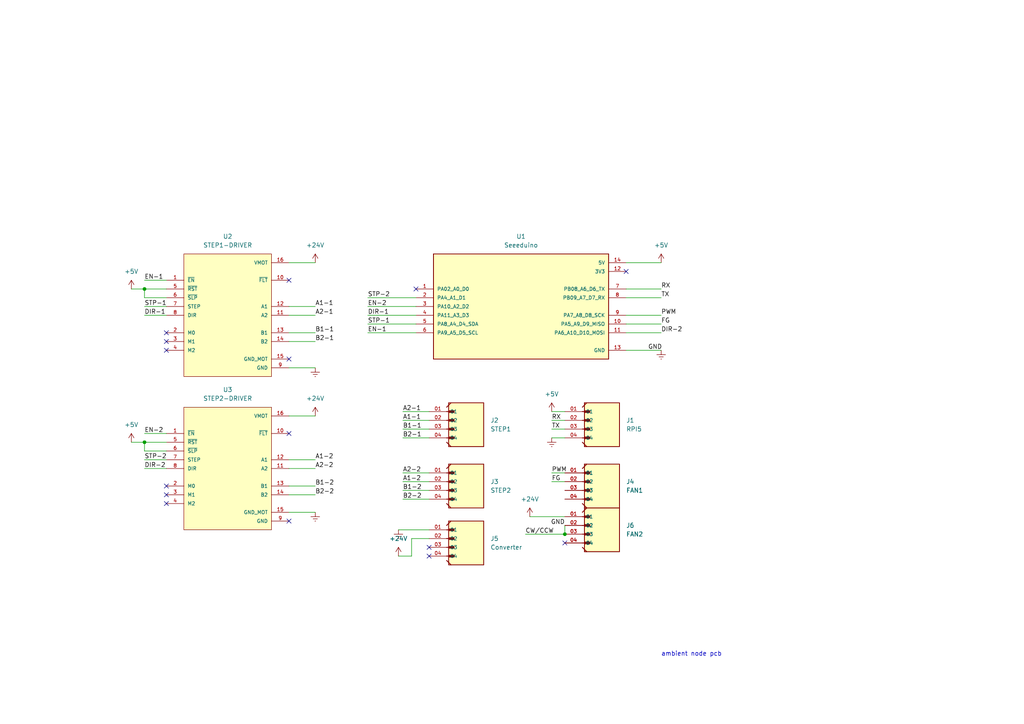
<source format=kicad_sch>
(kicad_sch (version 20230121) (generator eeschema)

  (uuid e418a9c3-1dde-4edb-b7d8-74449dd9f8ff)

  (paper "A4")

  (lib_symbols
    (symbol "4pin female header:61300411121" (pin_names (offset 1.016)) (in_bom yes) (on_board yes)
      (property "Reference" "J" (at -5.08 8.382 0)
        (effects (font (size 1.27 1.27)) (justify left bottom))
      )
      (property "Value" "61300411121" (at -5.08 -7.62 0)
        (effects (font (size 1.27 1.27)) (justify left bottom))
      )
      (property "Footprint" "61300411121:WURTH_61300411121" (at 0 0 0)
        (effects (font (size 1.27 1.27)) (justify bottom) hide)
      )
      (property "Datasheet" "" (at 0 0 0)
        (effects (font (size 1.27 1.27)) hide)
      )
      (property "MF" "Wurth Electronics" (at 0 0 0)
        (effects (font (size 1.27 1.27)) (justify bottom) hide)
      )
      (property "DESCRIPTION" "Connector Header Through Hole 4 position 0.100 (2.54mm)" (at 0 0 0)
        (effects (font (size 1.27 1.27)) (justify bottom) hide)
      )
      (property "PACKAGE" "None" (at 0 0 0)
        (effects (font (size 1.27 1.27)) (justify bottom) hide)
      )
      (property "PRICE" "None" (at 0 0 0)
        (effects (font (size 1.27 1.27)) (justify bottom) hide)
      )
      (property "Package" "None" (at 0 0 0)
        (effects (font (size 1.27 1.27)) (justify bottom) hide)
      )
      (property "Check_prices" "https://www.snapeda.com/parts/61300411121/Wurth+Electronics+Inc./view-part/?ref=eda" (at 0 0 0)
        (effects (font (size 1.27 1.27)) (justify bottom) hide)
      )
      (property "Price" "None" (at 0 0 0)
        (effects (font (size 1.27 1.27)) (justify bottom) hide)
      )
      (property "SnapEDA_Link" "https://www.snapeda.com/parts/61300411121/Wurth+Electronics+Inc./view-part/?ref=snap" (at 0 0 0)
        (effects (font (size 1.27 1.27)) (justify bottom) hide)
      )
      (property "MP" "61300411121" (at 0 0 0)
        (effects (font (size 1.27 1.27)) (justify bottom) hide)
      )
      (property "Description" "\nConnector Header Through Hole 4 position 0.100 (2.54mm)\n" (at 0 0 0)
        (effects (font (size 1.27 1.27)) (justify bottom) hide)
      )
      (property "Availability" "In Stock" (at 0 0 0)
        (effects (font (size 1.27 1.27)) (justify bottom) hide)
      )
      (property "AVAILABILITY" "In Stock" (at 0 0 0)
        (effects (font (size 1.27 1.27)) (justify bottom) hide)
      )
      (property "PURCHASE-URL" "https://pricing.snapeda.com/search/part/61300411121/?ref=eda" (at 0 0 0)
        (effects (font (size 1.27 1.27)) (justify bottom) hide)
      )
      (symbol "61300411121_0_0"
        (rectangle (start -4.4847 -5.08) (end 5.6753 7.62)
          (stroke (width 0.254) (type default))
          (fill (type background))
        )
        (rectangle (start -4.445 -2.8575) (end -2.8575 -2.2225)
          (stroke (width 0.1) (type default))
          (fill (type outline))
        )
        (rectangle (start -4.445 -0.3175) (end -2.8575 0.3175)
          (stroke (width 0.1) (type default))
          (fill (type outline))
        )
        (rectangle (start -4.445 2.2225) (end -2.8575 2.8575)
          (stroke (width 0.1) (type default))
          (fill (type outline))
        )
        (rectangle (start -4.445 4.7625) (end -2.8575 5.3975)
          (stroke (width 0.1) (type default))
          (fill (type outline))
        )
        (polyline
          (pts
            (xy -5.08 -3.81)
            (xy -3.81 -5.08)
          )
          (stroke (width 0.254) (type default))
          (fill (type none))
        )
        (polyline
          (pts
            (xy -5.08 -2.54)
            (xy -3.175 -2.54)
          )
          (stroke (width 0.254) (type default))
          (fill (type none))
        )
        (polyline
          (pts
            (xy -5.08 0)
            (xy -3.175 0)
          )
          (stroke (width 0.254) (type default))
          (fill (type none))
        )
        (polyline
          (pts
            (xy -5.08 2.54)
            (xy -3.175 2.54)
          )
          (stroke (width 0.254) (type default))
          (fill (type none))
        )
        (polyline
          (pts
            (xy -5.08 5.08)
            (xy -3.175 5.08)
          )
          (stroke (width 0.254) (type default))
          (fill (type none))
        )
        (polyline
          (pts
            (xy -5.08 6.35)
            (xy -3.81 7.62)
          )
          (stroke (width 0.254) (type default))
          (fill (type none))
        )
        (pin passive line (at -10.16 5.08 0) (length 5.08)
          (name "01" (effects (font (size 1.016 1.016))))
          (number "01" (effects (font (size 1.016 1.016))))
        )
        (pin passive line (at -10.16 2.54 0) (length 5.08)
          (name "02" (effects (font (size 1.016 1.016))))
          (number "02" (effects (font (size 1.016 1.016))))
        )
        (pin passive line (at -10.16 0 0) (length 5.08)
          (name "03" (effects (font (size 1.016 1.016))))
          (number "03" (effects (font (size 1.016 1.016))))
        )
        (pin passive line (at -10.16 -2.54 0) (length 5.08)
          (name "04" (effects (font (size 1.016 1.016))))
          (number "04" (effects (font (size 1.016 1.016))))
        )
      )
    )
    (symbol "DRV8825:DRV8825_STEPPER_MOTOR_DRIVER_CARRIER" (pin_names (offset 1.016)) (in_bom yes) (on_board yes)
      (property "Reference" "U" (at -12.7 18.542 0)
        (effects (font (size 1.27 1.27)) (justify left bottom))
      )
      (property "Value" "DRV8825_STEPPER_MOTOR_DRIVER_CARRIER" (at -12.7 -20.32 0)
        (effects (font (size 1.27 1.27)) (justify left bottom))
      )
      (property "Footprint" "IC_DRV8825_STEPPER_MOTOR_DRIVER_CARRIER" (at 0 0 0)
        (effects (font (size 1.27 1.27)) (justify left bottom) hide)
      )
      (property "Datasheet" "" (at 0 0 0)
        (effects (font (size 1.27 1.27)) (justify left bottom) hide)
      )
      (property "MF" "Pololu" (at 0 0 0)
        (effects (font (size 1.27 1.27)) (justify left bottom) hide)
      )
      (property "DESCRIPTION" "Stepper motor controler; IC: DRV8825; 1.5A; Uin mot: 8.2÷45V" (at 0 0 0)
        (effects (font (size 1.27 1.27)) (justify left bottom) hide)
      )
      (property "PACKAGE" "None" (at 0 0 0)
        (effects (font (size 1.27 1.27)) (justify left bottom) hide)
      )
      (property "PRICE" "None" (at 0 0 0)
        (effects (font (size 1.27 1.27)) (justify left bottom) hide)
      )
      (property "Package" "None" (at 0 0 0)
        (effects (font (size 1.27 1.27)) (justify left bottom) hide)
      )
      (property "Check_prices" "https://www.snapeda.com/parts/DRV8825%20STEPPER%20MOTOR%20DRIVER%20CARRIER/Pololu/view-part/?ref=eda" (at 0 0 0)
        (effects (font (size 1.27 1.27)) (justify left bottom) hide)
      )
      (property "Price" "None" (at 0 0 0)
        (effects (font (size 1.27 1.27)) (justify left bottom) hide)
      )
      (property "SnapEDA_Link" "https://www.snapeda.com/parts/DRV8825%20STEPPER%20MOTOR%20DRIVER%20CARRIER/Pololu/view-part/?ref=snap" (at 0 0 0)
        (effects (font (size 1.27 1.27)) (justify left bottom) hide)
      )
      (property "MP" "DRV8825 STEPPER MOTOR DRIVER CARRIER" (at 0 0 0)
        (effects (font (size 1.27 1.27)) (justify left bottom) hide)
      )
      (property "Availability" "Not in stock" (at 0 0 0)
        (effects (font (size 1.27 1.27)) (justify left bottom) hide)
      )
      (property "AVAILABILITY" "Unavailable" (at 0 0 0)
        (effects (font (size 1.27 1.27)) (justify left bottom) hide)
      )
      (property "Description" "\\n                        \\n                            Stepper, Bipolar 8.2 ~{} 45VDC Supply 1.5A 8.2 ~{} 45V Load\\n                        \\n" (at 0 0 0)
        (effects (font (size 1.27 1.27)) (justify left bottom) hide)
      )
      (property "ki_locked" "" (at 0 0 0)
        (effects (font (size 1.27 1.27)))
      )
      (symbol "DRV8825_STEPPER_MOTOR_DRIVER_CARRIER_0_0"
        (rectangle (start -12.7 -17.78) (end 12.7 17.78)
          (stroke (width 0.1524) (type solid))
          (fill (type background))
        )
        (pin input line (at -17.78 10.16 0) (length 5.08)
          (name "~{EN}" (effects (font (size 1.016 1.016))))
          (number "1" (effects (font (size 1.016 1.016))))
        )
        (pin output line (at 17.78 10.16 180) (length 5.08)
          (name "~{FLT}" (effects (font (size 1.016 1.016))))
          (number "10" (effects (font (size 1.016 1.016))))
        )
        (pin output line (at 17.78 0 180) (length 5.08)
          (name "A2" (effects (font (size 1.016 1.016))))
          (number "11" (effects (font (size 1.016 1.016))))
        )
        (pin output line (at 17.78 2.54 180) (length 5.08)
          (name "A1" (effects (font (size 1.016 1.016))))
          (number "12" (effects (font (size 1.016 1.016))))
        )
        (pin output line (at 17.78 -5.08 180) (length 5.08)
          (name "B1" (effects (font (size 1.016 1.016))))
          (number "13" (effects (font (size 1.016 1.016))))
        )
        (pin output line (at 17.78 -7.62 180) (length 5.08)
          (name "B2" (effects (font (size 1.016 1.016))))
          (number "14" (effects (font (size 1.016 1.016))))
        )
        (pin power_in line (at 17.78 -12.7 180) (length 5.08)
          (name "GND_MOT" (effects (font (size 1.016 1.016))))
          (number "15" (effects (font (size 1.016 1.016))))
        )
        (pin power_in line (at 17.78 15.24 180) (length 5.08)
          (name "VMOT" (effects (font (size 1.016 1.016))))
          (number "16" (effects (font (size 1.016 1.016))))
        )
        (pin input line (at -17.78 -5.08 0) (length 5.08)
          (name "M0" (effects (font (size 1.016 1.016))))
          (number "2" (effects (font (size 1.016 1.016))))
        )
        (pin input line (at -17.78 -7.62 0) (length 5.08)
          (name "M1" (effects (font (size 1.016 1.016))))
          (number "3" (effects (font (size 1.016 1.016))))
        )
        (pin input line (at -17.78 -10.16 0) (length 5.08)
          (name "M2" (effects (font (size 1.016 1.016))))
          (number "4" (effects (font (size 1.016 1.016))))
        )
        (pin input line (at -17.78 7.62 0) (length 5.08)
          (name "~{RST}" (effects (font (size 1.016 1.016))))
          (number "5" (effects (font (size 1.016 1.016))))
        )
        (pin input line (at -17.78 5.08 0) (length 5.08)
          (name "~{SLP}" (effects (font (size 1.016 1.016))))
          (number "6" (effects (font (size 1.016 1.016))))
        )
        (pin input line (at -17.78 2.54 0) (length 5.08)
          (name "STEP" (effects (font (size 1.016 1.016))))
          (number "7" (effects (font (size 1.016 1.016))))
        )
        (pin input line (at -17.78 0 0) (length 5.08)
          (name "DIR" (effects (font (size 1.016 1.016))))
          (number "8" (effects (font (size 1.016 1.016))))
        )
        (pin power_in line (at 17.78 -15.24 180) (length 5.08)
          (name "GND" (effects (font (size 1.016 1.016))))
          (number "9" (effects (font (size 1.016 1.016))))
        )
      )
    )
    (symbol "Seeeduino XIAO:102010388" (pin_names (offset 1.016)) (in_bom yes) (on_board yes)
      (property "Reference" "U" (at -25.4 16.002 0)
        (effects (font (size 1.27 1.27)) (justify left bottom))
      )
      (property "Value" "102010388" (at -25.4 -17.78 0)
        (effects (font (size 1.27 1.27)) (justify left bottom))
      )
      (property "Footprint" "MODULE_102010388" (at 0 0 0)
        (effects (font (size 1.27 1.27)) (justify left bottom) hide)
      )
      (property "Datasheet" "" (at 0 0 0)
        (effects (font (size 1.27 1.27)) (justify left bottom) hide)
      )
      (property "DigiKey_Part_Number" "1597-102010388-ND" (at 0 0 0)
        (effects (font (size 1.27 1.27)) (justify left bottom) hide)
      )
      (property "SnapEDA_Link" "https://www.snapeda.com/parts/102010388/Seeed+Studio/view-part/?ref=snap" (at 0 0 0)
        (effects (font (size 1.27 1.27)) (justify left bottom) hide)
      )
      (property "MAXIMUM_PACKAGE_HEIGHT" "N/A" (at 0 0 0)
        (effects (font (size 1.27 1.27)) (justify left bottom) hide)
      )
      (property "Package" "None" (at 0 0 0)
        (effects (font (size 1.27 1.27)) (justify left bottom) hide)
      )
      (property "Check_prices" "https://www.snapeda.com/parts/102010388/Seeed+Studio/view-part/?ref=eda" (at 0 0 0)
        (effects (font (size 1.27 1.27)) (justify left bottom) hide)
      )
      (property "STANDARD" "Manufacturer Recommendations" (at 0 0 0)
        (effects (font (size 1.27 1.27)) (justify left bottom) hide)
      )
      (property "PARTREV" "N/A" (at 0 0 0)
        (effects (font (size 1.27 1.27)) (justify left bottom) hide)
      )
      (property "MF" "Seeed Technology Co., Ltd" (at 0 0 0)
        (effects (font (size 1.27 1.27)) (justify left bottom) hide)
      )
      (property "MP" "102010388" (at 0 0 0)
        (effects (font (size 1.27 1.27)) (justify left bottom) hide)
      )
      (property "Description" "\\n                        \\n                            Seeeduino XIAO Development Board, Pre-Soldered [Seeed Studio] 102010388 Seeeduino XIAO Development Board, Pre-Soldered\\n                        \\n" (at 0 0 0)
        (effects (font (size 1.27 1.27)) (justify left bottom) hide)
      )
      (property "MANUFACTURER" "Seeed Technology" (at 0 0 0)
        (effects (font (size 1.27 1.27)) (justify left bottom) hide)
      )
      (property "SNAPEDA_PN" "102010388" (at 0 0 0)
        (effects (font (size 1.27 1.27)) (justify left bottom) hide)
      )
      (property "ki_locked" "" (at 0 0 0)
        (effects (font (size 1.27 1.27)))
      )
      (symbol "102010388_0_0"
        (rectangle (start -25.4 -15.24) (end 25.4 15.24)
          (stroke (width 0.254) (type solid))
          (fill (type background))
        )
        (pin bidirectional line (at -30.48 5.08 0) (length 5.08)
          (name "PA02_A0_D0" (effects (font (size 1.016 1.016))))
          (number "1" (effects (font (size 1.016 1.016))))
        )
        (pin bidirectional line (at 30.48 -5.08 180) (length 5.08)
          (name "PA5_A9_D9_MISO" (effects (font (size 1.016 1.016))))
          (number "10" (effects (font (size 1.016 1.016))))
        )
        (pin bidirectional line (at 30.48 -7.62 180) (length 5.08)
          (name "PA6_A10_D10_MOSI" (effects (font (size 1.016 1.016))))
          (number "11" (effects (font (size 1.016 1.016))))
        )
        (pin power_in line (at 30.48 10.16 180) (length 5.08)
          (name "3V3" (effects (font (size 1.016 1.016))))
          (number "12" (effects (font (size 1.016 1.016))))
        )
        (pin power_in line (at 30.48 -12.7 180) (length 5.08)
          (name "GND" (effects (font (size 1.016 1.016))))
          (number "13" (effects (font (size 1.016 1.016))))
        )
        (pin power_in line (at 30.48 12.7 180) (length 5.08)
          (name "5V" (effects (font (size 1.016 1.016))))
          (number "14" (effects (font (size 1.016 1.016))))
        )
        (pin bidirectional line (at -30.48 2.54 0) (length 5.08)
          (name "PA4_A1_D1" (effects (font (size 1.016 1.016))))
          (number "2" (effects (font (size 1.016 1.016))))
        )
        (pin bidirectional line (at -30.48 0 0) (length 5.08)
          (name "PA10_A2_D2" (effects (font (size 1.016 1.016))))
          (number "3" (effects (font (size 1.016 1.016))))
        )
        (pin bidirectional line (at -30.48 -2.54 0) (length 5.08)
          (name "PA11_A3_D3" (effects (font (size 1.016 1.016))))
          (number "4" (effects (font (size 1.016 1.016))))
        )
        (pin bidirectional line (at -30.48 -5.08 0) (length 5.08)
          (name "PA8_A4_D4_SDA" (effects (font (size 1.016 1.016))))
          (number "5" (effects (font (size 1.016 1.016))))
        )
        (pin bidirectional line (at -30.48 -7.62 0) (length 5.08)
          (name "PA9_A5_D5_SCL" (effects (font (size 1.016 1.016))))
          (number "6" (effects (font (size 1.016 1.016))))
        )
        (pin bidirectional line (at 30.48 5.08 180) (length 5.08)
          (name "PB08_A6_D6_TX" (effects (font (size 1.016 1.016))))
          (number "7" (effects (font (size 1.016 1.016))))
        )
        (pin bidirectional line (at 30.48 2.54 180) (length 5.08)
          (name "PB09_A7_D7_RX" (effects (font (size 1.016 1.016))))
          (number "8" (effects (font (size 1.016 1.016))))
        )
        (pin bidirectional line (at 30.48 -2.54 180) (length 5.08)
          (name "PA7_A8_D8_SCK" (effects (font (size 1.016 1.016))))
          (number "9" (effects (font (size 1.016 1.016))))
        )
      )
    )
    (symbol "power:+24V" (power) (pin_names (offset 0)) (in_bom yes) (on_board yes)
      (property "Reference" "#PWR" (at 0 -3.81 0)
        (effects (font (size 1.27 1.27)) hide)
      )
      (property "Value" "+24V" (at 0 3.556 0)
        (effects (font (size 1.27 1.27)))
      )
      (property "Footprint" "" (at 0 0 0)
        (effects (font (size 1.27 1.27)) hide)
      )
      (property "Datasheet" "" (at 0 0 0)
        (effects (font (size 1.27 1.27)) hide)
      )
      (property "ki_keywords" "global power" (at 0 0 0)
        (effects (font (size 1.27 1.27)) hide)
      )
      (property "ki_description" "Power symbol creates a global label with name \"+24V\"" (at 0 0 0)
        (effects (font (size 1.27 1.27)) hide)
      )
      (symbol "+24V_0_1"
        (polyline
          (pts
            (xy -0.762 1.27)
            (xy 0 2.54)
          )
          (stroke (width 0) (type default))
          (fill (type none))
        )
        (polyline
          (pts
            (xy 0 0)
            (xy 0 2.54)
          )
          (stroke (width 0) (type default))
          (fill (type none))
        )
        (polyline
          (pts
            (xy 0 2.54)
            (xy 0.762 1.27)
          )
          (stroke (width 0) (type default))
          (fill (type none))
        )
      )
      (symbol "+24V_1_1"
        (pin power_in line (at 0 0 90) (length 0) hide
          (name "+24V" (effects (font (size 1.27 1.27))))
          (number "1" (effects (font (size 1.27 1.27))))
        )
      )
    )
    (symbol "power:+5V" (power) (pin_names (offset 0)) (in_bom yes) (on_board yes)
      (property "Reference" "#PWR" (at 0 -3.81 0)
        (effects (font (size 1.27 1.27)) hide)
      )
      (property "Value" "+5V" (at 0 3.556 0)
        (effects (font (size 1.27 1.27)))
      )
      (property "Footprint" "" (at 0 0 0)
        (effects (font (size 1.27 1.27)) hide)
      )
      (property "Datasheet" "" (at 0 0 0)
        (effects (font (size 1.27 1.27)) hide)
      )
      (property "ki_keywords" "global power" (at 0 0 0)
        (effects (font (size 1.27 1.27)) hide)
      )
      (property "ki_description" "Power symbol creates a global label with name \"+5V\"" (at 0 0 0)
        (effects (font (size 1.27 1.27)) hide)
      )
      (symbol "+5V_0_1"
        (polyline
          (pts
            (xy -0.762 1.27)
            (xy 0 2.54)
          )
          (stroke (width 0) (type default))
          (fill (type none))
        )
        (polyline
          (pts
            (xy 0 0)
            (xy 0 2.54)
          )
          (stroke (width 0) (type default))
          (fill (type none))
        )
        (polyline
          (pts
            (xy 0 2.54)
            (xy 0.762 1.27)
          )
          (stroke (width 0) (type default))
          (fill (type none))
        )
      )
      (symbol "+5V_1_1"
        (pin power_in line (at 0 0 90) (length 0) hide
          (name "+5V" (effects (font (size 1.27 1.27))))
          (number "1" (effects (font (size 1.27 1.27))))
        )
      )
    )
    (symbol "power:Earth" (power) (pin_names (offset 0)) (in_bom yes) (on_board yes)
      (property "Reference" "#PWR" (at 0 -6.35 0)
        (effects (font (size 1.27 1.27)) hide)
      )
      (property "Value" "Earth" (at 0 -3.81 0)
        (effects (font (size 1.27 1.27)) hide)
      )
      (property "Footprint" "" (at 0 0 0)
        (effects (font (size 1.27 1.27)) hide)
      )
      (property "Datasheet" "~" (at 0 0 0)
        (effects (font (size 1.27 1.27)) hide)
      )
      (property "ki_keywords" "global ground gnd" (at 0 0 0)
        (effects (font (size 1.27 1.27)) hide)
      )
      (property "ki_description" "Power symbol creates a global label with name \"Earth\"" (at 0 0 0)
        (effects (font (size 1.27 1.27)) hide)
      )
      (symbol "Earth_0_1"
        (polyline
          (pts
            (xy -0.635 -1.905)
            (xy 0.635 -1.905)
          )
          (stroke (width 0) (type default))
          (fill (type none))
        )
        (polyline
          (pts
            (xy -0.127 -2.54)
            (xy 0.127 -2.54)
          )
          (stroke (width 0) (type default))
          (fill (type none))
        )
        (polyline
          (pts
            (xy 0 -1.27)
            (xy 0 0)
          )
          (stroke (width 0) (type default))
          (fill (type none))
        )
        (polyline
          (pts
            (xy 1.27 -1.27)
            (xy -1.27 -1.27)
          )
          (stroke (width 0) (type default))
          (fill (type none))
        )
      )
      (symbol "Earth_1_1"
        (pin power_in line (at 0 0 270) (length 0) hide
          (name "Earth" (effects (font (size 1.27 1.27))))
          (number "1" (effects (font (size 1.27 1.27))))
        )
      )
    )
  )

  (junction (at 41.91 128.27) (diameter 0) (color 0 0 0 0)
    (uuid 0cbf621f-f7ae-4cfb-8250-b75fe0f95170)
  )
  (junction (at 163.83 154.94) (diameter 0) (color 0 0 0 0)
    (uuid 838ab112-d3d1-4c8b-a8a0-8cc1b4e4b413)
  )
  (junction (at 41.91 83.82) (diameter 0) (color 0 0 0 0)
    (uuid aef73643-86e4-4008-9b04-321951e17de8)
  )

  (no_connect (at 181.61 78.74) (uuid 2f54addc-e2c3-4003-b9ec-49e6557ca1d0))
  (no_connect (at 120.65 83.82) (uuid 34c86a46-b600-4fc7-a044-f01844e3e7a6))
  (no_connect (at 124.46 158.75) (uuid 5d53262a-7d6e-4a45-b31c-880f479d5925))
  (no_connect (at 163.83 157.48) (uuid 6b60d857-3cd3-47dc-af1c-707053ba0cb2))
  (no_connect (at 83.82 81.28) (uuid 6edb923a-f52a-40f4-ba89-06e99e6661b7))
  (no_connect (at 48.26 101.6) (uuid 8e2a651e-de6b-4f77-ac69-8862b8dc3e3a))
  (no_connect (at 48.26 96.52) (uuid aa2651f4-99a9-4d86-8610-e79e1072dc18))
  (no_connect (at 48.26 140.97) (uuid b2728086-becb-4e75-9884-dac3e375c333))
  (no_connect (at 83.82 104.14) (uuid bc8e2adb-0c70-42d6-9606-f54a1e2265d5))
  (no_connect (at 83.82 151.13) (uuid cad3d693-d8b9-491b-a6c6-b7209e9b2aa6))
  (no_connect (at 83.82 125.73) (uuid d147fa44-82e1-40aa-8411-dfa055bbd56a))
  (no_connect (at 124.46 161.29) (uuid d1cfbb02-36c3-4268-93f4-ca2cd408998b))
  (no_connect (at 48.26 143.51) (uuid eae63ebf-3cfa-4486-b455-f6b249d5e05a))
  (no_connect (at 48.26 146.05) (uuid ec281b61-8277-4fe7-8395-eaf974c5ce1a))
  (no_connect (at 48.26 99.06) (uuid eec664d9-27b8-403e-88a0-e11cb828cf2b))

  (wire (pts (xy 153.67 149.86) (xy 163.83 149.86))
    (stroke (width 0) (type default))
    (uuid 03e95eb8-7f6b-43ac-bfe0-3a9b419f75a0)
  )
  (wire (pts (xy 160.02 121.92) (xy 163.83 121.92))
    (stroke (width 0) (type default))
    (uuid 06f59a0b-f377-463c-891d-152bd1eb5ecd)
  )
  (wire (pts (xy 124.46 144.78) (xy 116.84 144.78))
    (stroke (width 0) (type default))
    (uuid 0f36aecd-e0b7-4386-b630-8d6dbe4d55d5)
  )
  (wire (pts (xy 41.91 125.73) (xy 48.26 125.73))
    (stroke (width 0) (type default))
    (uuid 18e30278-72bd-4882-a85b-4f8268071f10)
  )
  (wire (pts (xy 160.02 124.46) (xy 163.83 124.46))
    (stroke (width 0) (type default))
    (uuid 23a2aedd-5f13-488a-ba2a-0eca4dbdd8c6)
  )
  (wire (pts (xy 83.82 88.9) (xy 91.44 88.9))
    (stroke (width 0) (type default))
    (uuid 290f21e3-329a-47d5-b09c-e87e906b5ef7)
  )
  (wire (pts (xy 106.68 88.9) (xy 120.65 88.9))
    (stroke (width 0) (type default))
    (uuid 2b823ba3-05a4-4a0d-9b12-141004eba643)
  )
  (wire (pts (xy 41.91 128.27) (xy 41.91 130.81))
    (stroke (width 0) (type default))
    (uuid 2dc23ad3-7246-45a5-ab8a-b950c30f55ae)
  )
  (wire (pts (xy 163.83 152.4) (xy 163.83 154.94))
    (stroke (width 0) (type default))
    (uuid 2fa8ae3b-9dbb-4d2a-b3d1-84c3eceda198)
  )
  (wire (pts (xy 41.91 81.28) (xy 48.26 81.28))
    (stroke (width 0) (type default))
    (uuid 31defa3c-d223-472c-96ab-d0071c880fea)
  )
  (wire (pts (xy 124.46 127) (xy 116.84 127))
    (stroke (width 0) (type default))
    (uuid 38d0762c-90f1-48bb-b8cb-ac80019a4976)
  )
  (wire (pts (xy 41.91 133.35) (xy 48.26 133.35))
    (stroke (width 0) (type default))
    (uuid 3d81290b-b7b6-42ec-b0f8-3a342e30bf16)
  )
  (wire (pts (xy 41.91 135.89) (xy 48.26 135.89))
    (stroke (width 0) (type default))
    (uuid 3eb99b90-ece7-4612-b443-fee8f2360106)
  )
  (wire (pts (xy 181.61 76.2) (xy 191.77 76.2))
    (stroke (width 0) (type default))
    (uuid 3fc793a3-1014-4436-a949-7acc39138433)
  )
  (wire (pts (xy 124.46 139.7) (xy 116.84 139.7))
    (stroke (width 0) (type default))
    (uuid 4010b22a-bba2-45d7-9b96-b2f4e6be69a0)
  )
  (wire (pts (xy 41.91 91.44) (xy 48.26 91.44))
    (stroke (width 0) (type default))
    (uuid 40c0a8bb-5785-4707-8e39-8f7db7100e52)
  )
  (wire (pts (xy 152.4 154.94) (xy 163.83 154.94))
    (stroke (width 0) (type default))
    (uuid 4e25144e-45ff-4059-b91f-61edc1060d95)
  )
  (wire (pts (xy 181.61 96.52) (xy 191.77 96.52))
    (stroke (width 0) (type default))
    (uuid 54a42e89-0756-4cb1-a4b0-d0a996cff3a3)
  )
  (wire (pts (xy 124.46 124.46) (xy 116.84 124.46))
    (stroke (width 0) (type default))
    (uuid 561ce2e1-cbd4-40e3-aafb-71baf80634a4)
  )
  (wire (pts (xy 106.68 91.44) (xy 120.65 91.44))
    (stroke (width 0) (type default))
    (uuid 5621a8ec-5847-44ed-abed-97c74c119829)
  )
  (wire (pts (xy 181.61 83.82) (xy 191.77 83.82))
    (stroke (width 0) (type default))
    (uuid 58d0a31d-68b5-4d08-90f9-85638225e27e)
  )
  (wire (pts (xy 41.91 83.82) (xy 41.91 86.36))
    (stroke (width 0) (type default))
    (uuid 59808076-1aa9-41ee-8fee-bfc834b42501)
  )
  (wire (pts (xy 124.46 137.16) (xy 116.84 137.16))
    (stroke (width 0) (type default))
    (uuid 5bd71a36-e54b-4dbc-999f-4874efe64c71)
  )
  (wire (pts (xy 83.82 120.65) (xy 91.44 120.65))
    (stroke (width 0) (type default))
    (uuid 643a2e90-0f2f-4779-ab91-49c587a4cc37)
  )
  (wire (pts (xy 160.02 127) (xy 163.83 127))
    (stroke (width 0) (type default))
    (uuid 66dead91-dfbc-41c1-8318-29d5b522a255)
  )
  (wire (pts (xy 41.91 128.27) (xy 48.26 128.27))
    (stroke (width 0) (type default))
    (uuid 719ab9b0-6fc4-4f14-bac4-2b2a7d8fafa3)
  )
  (wire (pts (xy 124.46 121.92) (xy 116.84 121.92))
    (stroke (width 0) (type default))
    (uuid 73464410-cd43-47df-abaf-9b703aebbeef)
  )
  (wire (pts (xy 83.82 143.51) (xy 91.44 143.51))
    (stroke (width 0) (type default))
    (uuid 75e13149-bd19-4ed6-b21c-2aea572904d8)
  )
  (wire (pts (xy 115.57 153.67) (xy 124.46 153.67))
    (stroke (width 0) (type default))
    (uuid 7893ae28-590e-4adf-a1af-9c93ba3e0c46)
  )
  (wire (pts (xy 181.61 91.44) (xy 191.77 91.44))
    (stroke (width 0) (type default))
    (uuid 794337fe-88bb-4bfd-89b5-05361d69bb82)
  )
  (wire (pts (xy 124.46 119.38) (xy 116.84 119.38))
    (stroke (width 0) (type default))
    (uuid 7e44b377-5f17-47ac-a39b-95b0f043dac6)
  )
  (wire (pts (xy 83.82 96.52) (xy 91.44 96.52))
    (stroke (width 0) (type default))
    (uuid 7e524bba-fcec-4159-aa0a-2598ebbb58e9)
  )
  (wire (pts (xy 181.61 93.98) (xy 191.77 93.98))
    (stroke (width 0) (type default))
    (uuid 8965a950-dfc1-40ef-9625-c622b179ac1d)
  )
  (wire (pts (xy 38.1 128.27) (xy 41.91 128.27))
    (stroke (width 0) (type default))
    (uuid 912d39d1-8694-44c6-9c1b-43e00e512b4d)
  )
  (wire (pts (xy 83.82 140.97) (xy 91.44 140.97))
    (stroke (width 0) (type default))
    (uuid 99bc39fe-b475-4261-9ff1-6009248b0637)
  )
  (wire (pts (xy 41.91 88.9) (xy 48.26 88.9))
    (stroke (width 0) (type default))
    (uuid 9cec275e-b0a2-44a4-b960-c4b1f26f2ac4)
  )
  (wire (pts (xy 83.82 106.68) (xy 91.44 106.68))
    (stroke (width 0) (type default))
    (uuid 9d85755a-5baf-450d-af63-fc20ffd7e0f5)
  )
  (wire (pts (xy 119.38 156.21) (xy 124.46 156.21))
    (stroke (width 0) (type default))
    (uuid 9dd0cef4-4c48-40a1-9e61-e994f9263e24)
  )
  (wire (pts (xy 181.61 86.36) (xy 191.77 86.36))
    (stroke (width 0) (type default))
    (uuid a3c1f76f-428f-4942-8c27-4f995c1db1b5)
  )
  (wire (pts (xy 41.91 83.82) (xy 48.26 83.82))
    (stroke (width 0) (type default))
    (uuid aca713ac-be30-4d44-bcb0-d198aa9e6f9b)
  )
  (wire (pts (xy 119.38 156.21) (xy 119.38 161.29))
    (stroke (width 0) (type default))
    (uuid ae7ecea9-67de-48e6-9273-d7b0fccbe460)
  )
  (wire (pts (xy 106.68 93.98) (xy 120.65 93.98))
    (stroke (width 0) (type default))
    (uuid b8e5926f-d6ca-4984-a125-8dc3cca7a2aa)
  )
  (wire (pts (xy 83.82 133.35) (xy 91.44 133.35))
    (stroke (width 0) (type default))
    (uuid be4aa6c9-4e97-4e37-96cb-c8a5ed7f5e33)
  )
  (wire (pts (xy 41.91 86.36) (xy 48.26 86.36))
    (stroke (width 0) (type default))
    (uuid c43e80fc-27e7-4e90-81bd-c4ba6024a5f3)
  )
  (wire (pts (xy 83.82 76.2) (xy 91.44 76.2))
    (stroke (width 0) (type default))
    (uuid c691635f-9a03-41a5-84b6-b628a06dbe4c)
  )
  (wire (pts (xy 124.46 142.24) (xy 116.84 142.24))
    (stroke (width 0) (type default))
    (uuid c75650ba-1a20-47ff-9389-244f64f6bf39)
  )
  (wire (pts (xy 41.91 130.81) (xy 48.26 130.81))
    (stroke (width 0) (type default))
    (uuid c7628070-29e6-4f28-9bfc-93a41df3ff67)
  )
  (wire (pts (xy 181.61 101.6) (xy 191.77 101.6))
    (stroke (width 0) (type default))
    (uuid ca68f862-0ae1-46ed-8b11-a5ee34300cea)
  )
  (wire (pts (xy 106.68 86.36) (xy 120.65 86.36))
    (stroke (width 0) (type default))
    (uuid d30837e3-17a3-4902-9aba-db448f2cf0b2)
  )
  (wire (pts (xy 83.82 135.89) (xy 91.44 135.89))
    (stroke (width 0) (type default))
    (uuid d682b315-15cf-4de3-9093-870c5290bbb0)
  )
  (wire (pts (xy 83.82 91.44) (xy 91.44 91.44))
    (stroke (width 0) (type default))
    (uuid dcf56ae1-afbf-40f8-9d51-dbefa4a55c50)
  )
  (wire (pts (xy 160.02 119.38) (xy 163.83 119.38))
    (stroke (width 0) (type default))
    (uuid e43331cb-6994-42e6-80f5-7d817a85f2ea)
  )
  (wire (pts (xy 83.82 99.06) (xy 91.44 99.06))
    (stroke (width 0) (type default))
    (uuid e753e035-d8a8-4e75-b340-27ddbc62240e)
  )
  (wire (pts (xy 160.02 137.16) (xy 163.83 137.16))
    (stroke (width 0) (type default))
    (uuid eb9aff47-d302-4005-9822-0caf80c6dc9f)
  )
  (wire (pts (xy 106.68 96.52) (xy 120.65 96.52))
    (stroke (width 0) (type default))
    (uuid ecc9fa11-8361-4219-9020-4a09d36da003)
  )
  (wire (pts (xy 160.02 139.7) (xy 163.83 139.7))
    (stroke (width 0) (type default))
    (uuid efd88d11-1212-4c0e-a818-6851edb41a95)
  )
  (wire (pts (xy 119.38 161.29) (xy 115.57 161.29))
    (stroke (width 0) (type default))
    (uuid f1899f54-d83c-40f4-8913-b759f7614903)
  )
  (wire (pts (xy 38.1 83.82) (xy 41.91 83.82))
    (stroke (width 0) (type default))
    (uuid f63dac02-65eb-4ba5-8c8d-5a3a6e61f5ef)
  )
  (wire (pts (xy 83.82 148.59) (xy 91.44 148.59))
    (stroke (width 0) (type default))
    (uuid fe95530b-ff8b-45fa-93c8-ff95b0d92b00)
  )

  (text "ambient node pcb" (at 191.77 190.5 0)
    (effects (font (size 1.27 1.27)) (justify left bottom))
    (uuid 3e7a820c-1dad-41bd-9483-69a1b06ed49b)
  )

  (label "RX" (at 191.77 83.82 0) (fields_autoplaced)
    (effects (font (size 1.27 1.27)) (justify left bottom))
    (uuid 0a6d1c97-33ba-4b31-9cfc-d7e94b08446d)
  )
  (label "GND" (at 163.83 152.4 180) (fields_autoplaced)
    (effects (font (size 1.27 1.27)) (justify right bottom))
    (uuid 188c060c-9ceb-4514-9597-2a1992d65569)
  )
  (label "DIR-2" (at 41.91 135.89 0) (fields_autoplaced)
    (effects (font (size 1.27 1.27)) (justify left bottom))
    (uuid 1d7602b2-9f10-4745-a666-5fe4d69478be)
  )
  (label "B1-2" (at 116.84 142.24 0) (fields_autoplaced)
    (effects (font (size 1.27 1.27)) (justify left bottom))
    (uuid 254854d7-fcd2-44e7-a52e-4001c20891fe)
  )
  (label "A2-1" (at 91.44 91.44 0) (fields_autoplaced)
    (effects (font (size 1.27 1.27)) (justify left bottom))
    (uuid 25622ad2-71ca-4ac1-9603-cc460a9270bf)
  )
  (label "GND" (at 187.96 101.6 0) (fields_autoplaced)
    (effects (font (size 1.27 1.27)) (justify left bottom))
    (uuid 324dbe66-0a5c-4052-8fd3-aaea7155ba81)
  )
  (label "A2-1" (at 116.84 119.38 0) (fields_autoplaced)
    (effects (font (size 1.27 1.27)) (justify left bottom))
    (uuid 34286cba-1e8d-484f-81cb-9f9ce5054a76)
  )
  (label "TX" (at 160.02 124.46 0) (fields_autoplaced)
    (effects (font (size 1.27 1.27)) (justify left bottom))
    (uuid 34fd9841-ed68-4db5-9a35-e35c80925a01)
  )
  (label "B2-2" (at 116.84 144.78 0) (fields_autoplaced)
    (effects (font (size 1.27 1.27)) (justify left bottom))
    (uuid 36d80d1d-9610-4712-a71d-3d52035552da)
  )
  (label "B2-1" (at 91.44 99.06 0) (fields_autoplaced)
    (effects (font (size 1.27 1.27)) (justify left bottom))
    (uuid 441520ad-2331-4b0e-b37f-410b2e8726e3)
  )
  (label "EN-1" (at 41.91 81.28 0) (fields_autoplaced)
    (effects (font (size 1.27 1.27)) (justify left bottom))
    (uuid 49401816-1a5b-4745-bbb7-36aecae8e614)
  )
  (label "STP-2" (at 106.68 86.36 0) (fields_autoplaced)
    (effects (font (size 1.27 1.27)) (justify left bottom))
    (uuid 53d94395-ad48-4e60-97b6-9efbef6832b5)
  )
  (label "A2-2" (at 116.84 137.16 0) (fields_autoplaced)
    (effects (font (size 1.27 1.27)) (justify left bottom))
    (uuid 5c90c011-eeda-4a28-9ab8-739c45fb9d1d)
  )
  (label "EN-1" (at 106.68 96.52 0) (fields_autoplaced)
    (effects (font (size 1.27 1.27)) (justify left bottom))
    (uuid 60284fa4-176f-4494-ac61-b60a86f2ae1f)
  )
  (label "B2-1" (at 116.84 127 0) (fields_autoplaced)
    (effects (font (size 1.27 1.27)) (justify left bottom))
    (uuid 6ec4c9dc-b397-4b40-a73e-80727668323d)
  )
  (label "RX" (at 160.02 121.92 0) (fields_autoplaced)
    (effects (font (size 1.27 1.27)) (justify left bottom))
    (uuid 7a25e99c-cf8b-456e-84f5-9cd7b2aeac33)
  )
  (label "A2-2" (at 91.44 135.89 0) (fields_autoplaced)
    (effects (font (size 1.27 1.27)) (justify left bottom))
    (uuid 85622df3-fed5-4961-93b0-3bc5d60824db)
  )
  (label "PWM" (at 160.02 137.16 0) (fields_autoplaced)
    (effects (font (size 1.27 1.27)) (justify left bottom))
    (uuid 88c322b4-dd05-4cea-9bc1-967826d0e0ce)
  )
  (label "STP-1" (at 41.91 88.9 0) (fields_autoplaced)
    (effects (font (size 1.27 1.27)) (justify left bottom))
    (uuid 8b10c295-0585-4e5d-95ea-10654a1bb2a3)
  )
  (label "A1-2" (at 91.44 133.35 0) (fields_autoplaced)
    (effects (font (size 1.27 1.27)) (justify left bottom))
    (uuid 8cb7f920-7cbf-48a6-b964-925f84b7a567)
  )
  (label "B1-1" (at 91.44 96.52 0) (fields_autoplaced)
    (effects (font (size 1.27 1.27)) (justify left bottom))
    (uuid 93cae688-092b-4354-b4b5-dc7a6a992369)
  )
  (label "A1-1" (at 116.84 121.92 0) (fields_autoplaced)
    (effects (font (size 1.27 1.27)) (justify left bottom))
    (uuid 94545f2c-8662-40d4-bfe3-8dec31090750)
  )
  (label "DIR-1" (at 41.91 91.44 0) (fields_autoplaced)
    (effects (font (size 1.27 1.27)) (justify left bottom))
    (uuid 946038ef-7189-47ae-8947-d3ccf307af2d)
  )
  (label "CW{slash}CCW" (at 152.4 154.94 0) (fields_autoplaced)
    (effects (font (size 1.27 1.27)) (justify left bottom))
    (uuid 972b5c1c-df95-48b2-9271-4906c47ed435)
  )
  (label "PWM" (at 191.77 91.44 0) (fields_autoplaced)
    (effects (font (size 1.27 1.27)) (justify left bottom))
    (uuid 989a8a50-685a-4465-ab8e-3a94390d26a6)
  )
  (label "B1-2" (at 91.44 140.97 0) (fields_autoplaced)
    (effects (font (size 1.27 1.27)) (justify left bottom))
    (uuid 9fb5f120-7a4b-40e7-bb2c-afcb979a51c2)
  )
  (label "DIR-2" (at 191.77 96.52 0) (fields_autoplaced)
    (effects (font (size 1.27 1.27)) (justify left bottom))
    (uuid a051a7e1-7d2f-4b0c-91c1-917fdf704f11)
  )
  (label "STP-2" (at 41.91 133.35 0) (fields_autoplaced)
    (effects (font (size 1.27 1.27)) (justify left bottom))
    (uuid a05f8095-2d43-4e5a-a0d2-a242b858f77d)
  )
  (label "EN-2" (at 106.68 88.9 0) (fields_autoplaced)
    (effects (font (size 1.27 1.27)) (justify left bottom))
    (uuid a1a0d0cd-014a-42c7-9a5d-9d702d60255f)
  )
  (label "DIR-1" (at 106.68 91.44 0) (fields_autoplaced)
    (effects (font (size 1.27 1.27)) (justify left bottom))
    (uuid a2455aaa-9550-4777-a459-cea934fdc14c)
  )
  (label "B1-1" (at 116.84 124.46 0) (fields_autoplaced)
    (effects (font (size 1.27 1.27)) (justify left bottom))
    (uuid bea77157-9dcf-412f-8c96-f3033cb49fb5)
  )
  (label "STP-1" (at 106.68 93.98 0) (fields_autoplaced)
    (effects (font (size 1.27 1.27)) (justify left bottom))
    (uuid c702f323-885d-412b-99db-0136af51982e)
  )
  (label "EN-2" (at 41.91 125.73 0) (fields_autoplaced)
    (effects (font (size 1.27 1.27)) (justify left bottom))
    (uuid c9e0a891-2750-422e-b8f5-58d14e6f8d4e)
  )
  (label "B2-2" (at 91.44 143.51 0) (fields_autoplaced)
    (effects (font (size 1.27 1.27)) (justify left bottom))
    (uuid d141f794-fcf6-4bd5-8422-8ec3575586e0)
  )
  (label "FG" (at 160.02 139.7 0) (fields_autoplaced)
    (effects (font (size 1.27 1.27)) (justify left bottom))
    (uuid daf72652-5ba4-4a8f-b596-dac122c79556)
  )
  (label "FG" (at 191.77 93.98 0) (fields_autoplaced)
    (effects (font (size 1.27 1.27)) (justify left bottom))
    (uuid e2f048af-94c3-4de9-b76c-faac29ec4340)
  )
  (label "TX" (at 191.77 86.36 0) (fields_autoplaced)
    (effects (font (size 1.27 1.27)) (justify left bottom))
    (uuid eb9fb4c3-f1b7-4901-944c-82e5a13134de)
  )
  (label "A1-2" (at 116.84 139.7 0) (fields_autoplaced)
    (effects (font (size 1.27 1.27)) (justify left bottom))
    (uuid f1c99e23-38e2-4cfe-bf98-bd585f860a43)
  )
  (label "A1-1" (at 91.44 88.9 0) (fields_autoplaced)
    (effects (font (size 1.27 1.27)) (justify left bottom))
    (uuid fdcadf89-1b2d-414a-b75d-37e88ebdf92a)
  )

  (symbol (lib_id "4pin female header:61300411121") (at 134.62 158.75 0) (unit 1)
    (in_bom yes) (on_board yes) (dnp no)
    (uuid 0061d846-3841-44e3-93c6-85eadd43918b)
    (property "Reference" "J5" (at 142.24 156.21 0)
      (effects (font (size 1.27 1.27)) (justify left))
    )
    (property "Value" "Converter" (at 142.24 158.75 0)
      (effects (font (size 1.27 1.27)) (justify left))
    )
    (property "Footprint" "4pin_female_header:WURTH_61300411121" (at 134.62 158.75 0)
      (effects (font (size 1.27 1.27)) (justify bottom) hide)
    )
    (property "Datasheet" "" (at 134.62 158.75 0)
      (effects (font (size 1.27 1.27)) hide)
    )
    (property "MF" "Wurth Electronics" (at 134.62 158.75 0)
      (effects (font (size 1.27 1.27)) (justify bottom) hide)
    )
    (property "DESCRIPTION" "Connector Header Through Hole 4 position 0.100 (2.54mm)" (at 134.62 158.75 0)
      (effects (font (size 1.27 1.27)) (justify bottom) hide)
    )
    (property "PACKAGE" "None" (at 134.62 158.75 0)
      (effects (font (size 1.27 1.27)) (justify bottom) hide)
    )
    (property "PRICE" "None" (at 134.62 158.75 0)
      (effects (font (size 1.27 1.27)) (justify bottom) hide)
    )
    (property "Package" "None" (at 134.62 158.75 0)
      (effects (font (size 1.27 1.27)) (justify bottom) hide)
    )
    (property "Check_prices" "https://www.snapeda.com/parts/61300411121/Wurth+Electronics+Inc./view-part/?ref=eda" (at 134.62 158.75 0)
      (effects (font (size 1.27 1.27)) (justify bottom) hide)
    )
    (property "Price" "None" (at 134.62 158.75 0)
      (effects (font (size 1.27 1.27)) (justify bottom) hide)
    )
    (property "SnapEDA_Link" "https://www.snapeda.com/parts/61300411121/Wurth+Electronics+Inc./view-part/?ref=snap" (at 134.62 158.75 0)
      (effects (font (size 1.27 1.27)) (justify bottom) hide)
    )
    (property "MP" "61300411121" (at 134.62 158.75 0)
      (effects (font (size 1.27 1.27)) (justify bottom) hide)
    )
    (property "Description" "\nConnector Header Through Hole 4 position 0.100 (2.54mm)\n" (at 134.62 158.75 0)
      (effects (font (size 1.27 1.27)) (justify bottom) hide)
    )
    (property "Availability" "In Stock" (at 134.62 158.75 0)
      (effects (font (size 1.27 1.27)) (justify bottom) hide)
    )
    (property "AVAILABILITY" "In Stock" (at 134.62 158.75 0)
      (effects (font (size 1.27 1.27)) (justify bottom) hide)
    )
    (property "PURCHASE-URL" "https://pricing.snapeda.com/search/part/61300411121/?ref=eda" (at 134.62 158.75 0)
      (effects (font (size 1.27 1.27)) (justify bottom) hide)
    )
    (pin "01" (uuid d134890c-69e5-4968-b2b6-96932b04ce0e))
    (pin "02" (uuid a9d6c958-51bd-49fa-a051-2eae7bf21bab))
    (pin "03" (uuid 47365a39-5da7-40d4-8036-d29c4adfd08f))
    (pin "04" (uuid d042bf75-6de8-4696-8d03-a4f99e94da60))
    (instances
      (project "ambient-node"
        (path "/e418a9c3-1dde-4edb-b7d8-74449dd9f8ff"
          (reference "J5") (unit 1)
        )
      )
    )
  )

  (symbol (lib_id "power:+5V") (at 38.1 128.27 0) (unit 1)
    (in_bom yes) (on_board yes) (dnp no) (fields_autoplaced)
    (uuid 14ac5f7f-d58f-4285-88c5-ec0bda5f9dbc)
    (property "Reference" "#PWR010" (at 38.1 132.08 0)
      (effects (font (size 1.27 1.27)) hide)
    )
    (property "Value" "+5V" (at 38.1 123.19 0)
      (effects (font (size 1.27 1.27)))
    )
    (property "Footprint" "" (at 38.1 128.27 0)
      (effects (font (size 1.27 1.27)) hide)
    )
    (property "Datasheet" "" (at 38.1 128.27 0)
      (effects (font (size 1.27 1.27)) hide)
    )
    (pin "1" (uuid 3bb592d7-5eaa-4ef2-972f-742c7e907f78))
    (instances
      (project "ambient-node"
        (path "/e418a9c3-1dde-4edb-b7d8-74449dd9f8ff"
          (reference "#PWR010") (unit 1)
        )
      )
    )
  )

  (symbol (lib_id "Seeeduino XIAO:102010388") (at 151.13 88.9 0) (unit 1)
    (in_bom yes) (on_board yes) (dnp no) (fields_autoplaced)
    (uuid 2677c7cb-5c74-4fe2-9308-e401e8966c5a)
    (property "Reference" "U1" (at 151.13 68.58 0)
      (effects (font (size 1.27 1.27)))
    )
    (property "Value" "Seeeduino" (at 151.13 71.12 0)
      (effects (font (size 1.27 1.27)))
    )
    (property "Footprint" "102010388:MODULE_102010388" (at 151.13 88.9 0)
      (effects (font (size 1.27 1.27)) (justify left bottom) hide)
    )
    (property "Datasheet" "" (at 151.13 88.9 0)
      (effects (font (size 1.27 1.27)) (justify left bottom) hide)
    )
    (property "DigiKey_Part_Number" "1597-102010388-ND" (at 151.13 88.9 0)
      (effects (font (size 1.27 1.27)) (justify left bottom) hide)
    )
    (property "SnapEDA_Link" "https://www.snapeda.com/parts/102010388/Seeed+Studio/view-part/?ref=snap" (at 151.13 88.9 0)
      (effects (font (size 1.27 1.27)) (justify left bottom) hide)
    )
    (property "MAXIMUM_PACKAGE_HEIGHT" "N/A" (at 151.13 88.9 0)
      (effects (font (size 1.27 1.27)) (justify left bottom) hide)
    )
    (property "Package" "None" (at 151.13 88.9 0)
      (effects (font (size 1.27 1.27)) (justify left bottom) hide)
    )
    (property "Check_prices" "https://www.snapeda.com/parts/102010388/Seeed+Studio/view-part/?ref=eda" (at 151.13 88.9 0)
      (effects (font (size 1.27 1.27)) (justify left bottom) hide)
    )
    (property "STANDARD" "Manufacturer Recommendations" (at 151.13 88.9 0)
      (effects (font (size 1.27 1.27)) (justify left bottom) hide)
    )
    (property "PARTREV" "N/A" (at 151.13 88.9 0)
      (effects (font (size 1.27 1.27)) (justify left bottom) hide)
    )
    (property "MF" "Seeed Technology Co., Ltd" (at 151.13 88.9 0)
      (effects (font (size 1.27 1.27)) (justify left bottom) hide)
    )
    (property "MP" "102010388" (at 151.13 88.9 0)
      (effects (font (size 1.27 1.27)) (justify left bottom) hide)
    )
    (property "Description" "\\n                        \\n                            Seeeduino XIAO Development Board, Pre-Soldered [Seeed Studio] 102010388 Seeeduino XIAO Development Board, Pre-Soldered\\n                        \\n" (at 151.13 88.9 0)
      (effects (font (size 1.27 1.27)) (justify left bottom) hide)
    )
    (property "MANUFACTURER" "Seeed Technology" (at 151.13 88.9 0)
      (effects (font (size 1.27 1.27)) (justify left bottom) hide)
    )
    (property "SNAPEDA_PN" "102010388" (at 151.13 88.9 0)
      (effects (font (size 1.27 1.27)) (justify left bottom) hide)
    )
    (pin "1" (uuid 12237445-acc4-42a0-b799-20b3f4cbe073))
    (pin "10" (uuid 13660c04-d0c8-48d2-8c48-3ae50639d58d))
    (pin "11" (uuid 3036690c-b7b5-4b5d-9809-66e4aecf13ac))
    (pin "12" (uuid 049db13f-3454-4bb0-a6e9-67cdaac141b4))
    (pin "13" (uuid 45d35259-c9e8-4ae9-8488-74fc2731daa4))
    (pin "14" (uuid 82711b09-5873-45cc-9c0a-d1575ce3552c))
    (pin "2" (uuid 743a0419-1108-4a5a-bbc7-e9252f54c353))
    (pin "3" (uuid 26385aab-6ea1-43ff-803f-9344f54d5d89))
    (pin "4" (uuid 85b49d98-0c8f-47c9-bc40-355fa4b365dd))
    (pin "5" (uuid da538398-d4da-4dcf-b68f-9154baa3f93f))
    (pin "6" (uuid d282e408-3844-4082-914f-bfcc8e4b117e))
    (pin "7" (uuid a8ec6fee-f0ea-444c-a54c-bdd2e078fc55))
    (pin "8" (uuid a354c20a-97f7-4665-960d-5ed5c91ab50c))
    (pin "9" (uuid 460209da-fcd9-4936-b6a2-2b2d166754dc))
    (instances
      (project "ambient-node"
        (path "/e418a9c3-1dde-4edb-b7d8-74449dd9f8ff"
          (reference "U1") (unit 1)
        )
      )
    )
  )

  (symbol (lib_id "power:Earth") (at 160.02 127 0) (unit 1)
    (in_bom yes) (on_board yes) (dnp no) (fields_autoplaced)
    (uuid 2c510512-3960-42ee-9c05-2933532dc0b1)
    (property "Reference" "#PWR02" (at 160.02 133.35 0)
      (effects (font (size 1.27 1.27)) hide)
    )
    (property "Value" "Earth" (at 160.02 130.81 0)
      (effects (font (size 1.27 1.27)) hide)
    )
    (property "Footprint" "" (at 160.02 127 0)
      (effects (font (size 1.27 1.27)) hide)
    )
    (property "Datasheet" "~" (at 160.02 127 0)
      (effects (font (size 1.27 1.27)) hide)
    )
    (pin "1" (uuid 3d13b5d7-1f2b-4dfb-a709-cfc550bbfc0a))
    (instances
      (project "ambient-node"
        (path "/e418a9c3-1dde-4edb-b7d8-74449dd9f8ff"
          (reference "#PWR02") (unit 1)
        )
      )
    )
  )

  (symbol (lib_id "power:+5V") (at 160.02 119.38 0) (unit 1)
    (in_bom yes) (on_board yes) (dnp no) (fields_autoplaced)
    (uuid 3cf3cd70-6810-4873-b5f1-b0e7e0f971ce)
    (property "Reference" "#PWR04" (at 160.02 123.19 0)
      (effects (font (size 1.27 1.27)) hide)
    )
    (property "Value" "+5V" (at 160.02 114.3 0)
      (effects (font (size 1.27 1.27)))
    )
    (property "Footprint" "" (at 160.02 119.38 0)
      (effects (font (size 1.27 1.27)) hide)
    )
    (property "Datasheet" "" (at 160.02 119.38 0)
      (effects (font (size 1.27 1.27)) hide)
    )
    (pin "1" (uuid aef48194-ec0c-4c29-89df-dc4e64e307de))
    (instances
      (project "ambient-node"
        (path "/e418a9c3-1dde-4edb-b7d8-74449dd9f8ff"
          (reference "#PWR04") (unit 1)
        )
      )
    )
  )

  (symbol (lib_id "4pin female header:61300411121") (at 134.62 124.46 0) (unit 1)
    (in_bom yes) (on_board yes) (dnp no) (fields_autoplaced)
    (uuid 688b1713-f02d-422e-8db8-861d656ae1e0)
    (property "Reference" "J2" (at 142.24 121.92 0)
      (effects (font (size 1.27 1.27)) (justify left))
    )
    (property "Value" "STEP1" (at 142.24 124.46 0)
      (effects (font (size 1.27 1.27)) (justify left))
    )
    (property "Footprint" "4pin_female_header:WURTH_61300411121" (at 134.62 124.46 0)
      (effects (font (size 1.27 1.27)) (justify bottom) hide)
    )
    (property "Datasheet" "" (at 134.62 124.46 0)
      (effects (font (size 1.27 1.27)) hide)
    )
    (property "MF" "Wurth Electronics" (at 134.62 124.46 0)
      (effects (font (size 1.27 1.27)) (justify bottom) hide)
    )
    (property "DESCRIPTION" "Connector Header Through Hole 4 position 0.100 (2.54mm)" (at 134.62 124.46 0)
      (effects (font (size 1.27 1.27)) (justify bottom) hide)
    )
    (property "PACKAGE" "None" (at 134.62 124.46 0)
      (effects (font (size 1.27 1.27)) (justify bottom) hide)
    )
    (property "PRICE" "None" (at 134.62 124.46 0)
      (effects (font (size 1.27 1.27)) (justify bottom) hide)
    )
    (property "Package" "None" (at 134.62 124.46 0)
      (effects (font (size 1.27 1.27)) (justify bottom) hide)
    )
    (property "Check_prices" "https://www.snapeda.com/parts/61300411121/Wurth+Electronics+Inc./view-part/?ref=eda" (at 134.62 124.46 0)
      (effects (font (size 1.27 1.27)) (justify bottom) hide)
    )
    (property "Price" "None" (at 134.62 124.46 0)
      (effects (font (size 1.27 1.27)) (justify bottom) hide)
    )
    (property "SnapEDA_Link" "https://www.snapeda.com/parts/61300411121/Wurth+Electronics+Inc./view-part/?ref=snap" (at 134.62 124.46 0)
      (effects (font (size 1.27 1.27)) (justify bottom) hide)
    )
    (property "MP" "61300411121" (at 134.62 124.46 0)
      (effects (font (size 1.27 1.27)) (justify bottom) hide)
    )
    (property "Description" "\nConnector Header Through Hole 4 position 0.100 (2.54mm)\n" (at 134.62 124.46 0)
      (effects (font (size 1.27 1.27)) (justify bottom) hide)
    )
    (property "Availability" "In Stock" (at 134.62 124.46 0)
      (effects (font (size 1.27 1.27)) (justify bottom) hide)
    )
    (property "AVAILABILITY" "In Stock" (at 134.62 124.46 0)
      (effects (font (size 1.27 1.27)) (justify bottom) hide)
    )
    (property "PURCHASE-URL" "https://pricing.snapeda.com/search/part/61300411121/?ref=eda" (at 134.62 124.46 0)
      (effects (font (size 1.27 1.27)) (justify bottom) hide)
    )
    (pin "01" (uuid ec54d213-1578-46c8-806f-a9c7745c132d))
    (pin "02" (uuid 6c9ffb14-3a1a-4de0-8aed-31958355684d))
    (pin "03" (uuid 822f621a-ce2e-431d-a6d2-3fe656ef91d1))
    (pin "04" (uuid df27ce62-b95a-4dc9-8cfd-007c9daafef1))
    (instances
      (project "ambient-node"
        (path "/e418a9c3-1dde-4edb-b7d8-74449dd9f8ff"
          (reference "J2") (unit 1)
        )
      )
    )
  )

  (symbol (lib_id "power:+24V") (at 91.44 76.2 0) (unit 1)
    (in_bom yes) (on_board yes) (dnp no) (fields_autoplaced)
    (uuid 68b84ca8-b78e-4657-8f0d-ad4cbf2289d8)
    (property "Reference" "#PWR05" (at 91.44 80.01 0)
      (effects (font (size 1.27 1.27)) hide)
    )
    (property "Value" "+24V" (at 91.44 71.12 0)
      (effects (font (size 1.27 1.27)))
    )
    (property "Footprint" "" (at 91.44 76.2 0)
      (effects (font (size 1.27 1.27)) hide)
    )
    (property "Datasheet" "" (at 91.44 76.2 0)
      (effects (font (size 1.27 1.27)) hide)
    )
    (pin "1" (uuid 62585fdf-ad68-470c-9443-69477ba1ca47))
    (instances
      (project "ambient-node"
        (path "/e418a9c3-1dde-4edb-b7d8-74449dd9f8ff"
          (reference "#PWR05") (unit 1)
        )
      )
    )
  )

  (symbol (lib_id "4pin female header:61300411121") (at 173.99 154.94 0) (unit 1)
    (in_bom yes) (on_board yes) (dnp no)
    (uuid 6b5bc9d9-9880-41e0-af8b-6d35d3be8927)
    (property "Reference" "J6" (at 181.61 152.4 0)
      (effects (font (size 1.27 1.27)) (justify left))
    )
    (property "Value" "FAN2" (at 181.61 154.94 0)
      (effects (font (size 1.27 1.27)) (justify left))
    )
    (property "Footprint" "4pin_female_header:WURTH_61300411121" (at 173.99 154.94 0)
      (effects (font (size 1.27 1.27)) (justify bottom) hide)
    )
    (property "Datasheet" "" (at 173.99 154.94 0)
      (effects (font (size 1.27 1.27)) hide)
    )
    (property "MF" "Wurth Electronics" (at 173.99 154.94 0)
      (effects (font (size 1.27 1.27)) (justify bottom) hide)
    )
    (property "DESCRIPTION" "Connector Header Through Hole 4 position 0.100 (2.54mm)" (at 173.99 154.94 0)
      (effects (font (size 1.27 1.27)) (justify bottom) hide)
    )
    (property "PACKAGE" "None" (at 173.99 154.94 0)
      (effects (font (size 1.27 1.27)) (justify bottom) hide)
    )
    (property "PRICE" "None" (at 173.99 154.94 0)
      (effects (font (size 1.27 1.27)) (justify bottom) hide)
    )
    (property "Package" "None" (at 173.99 154.94 0)
      (effects (font (size 1.27 1.27)) (justify bottom) hide)
    )
    (property "Check_prices" "https://www.snapeda.com/parts/61300411121/Wurth+Electronics+Inc./view-part/?ref=eda" (at 173.99 154.94 0)
      (effects (font (size 1.27 1.27)) (justify bottom) hide)
    )
    (property "Price" "None" (at 173.99 154.94 0)
      (effects (font (size 1.27 1.27)) (justify bottom) hide)
    )
    (property "SnapEDA_Link" "https://www.snapeda.com/parts/61300411121/Wurth+Electronics+Inc./view-part/?ref=snap" (at 173.99 154.94 0)
      (effects (font (size 1.27 1.27)) (justify bottom) hide)
    )
    (property "MP" "61300411121" (at 173.99 154.94 0)
      (effects (font (size 1.27 1.27)) (justify bottom) hide)
    )
    (property "Description" "\nConnector Header Through Hole 4 position 0.100 (2.54mm)\n" (at 173.99 154.94 0)
      (effects (font (size 1.27 1.27)) (justify bottom) hide)
    )
    (property "Availability" "In Stock" (at 173.99 154.94 0)
      (effects (font (size 1.27 1.27)) (justify bottom) hide)
    )
    (property "AVAILABILITY" "In Stock" (at 173.99 154.94 0)
      (effects (font (size 1.27 1.27)) (justify bottom) hide)
    )
    (property "PURCHASE-URL" "https://pricing.snapeda.com/search/part/61300411121/?ref=eda" (at 173.99 154.94 0)
      (effects (font (size 1.27 1.27)) (justify bottom) hide)
    )
    (pin "01" (uuid 1e924e32-f33c-4e74-b5a9-a4cd9caa2f2a))
    (pin "02" (uuid 2004df16-5b8d-4739-a89b-1325f64e643a))
    (pin "03" (uuid 3504a55e-1302-4d1f-a62f-72d6b5d65ef0))
    (pin "04" (uuid 21e7727e-b088-4bea-810d-0e5bcaac9d2a))
    (instances
      (project "ambient-node"
        (path "/e418a9c3-1dde-4edb-b7d8-74449dd9f8ff"
          (reference "J6") (unit 1)
        )
      )
    )
  )

  (symbol (lib_id "4pin female header:61300411121") (at 173.99 124.46 0) (unit 1)
    (in_bom yes) (on_board yes) (dnp no) (fields_autoplaced)
    (uuid 7ba4a168-4ce0-4c37-b96e-0caa442875a6)
    (property "Reference" "J1" (at 181.61 121.92 0)
      (effects (font (size 1.27 1.27)) (justify left))
    )
    (property "Value" "RPI5" (at 181.61 124.46 0)
      (effects (font (size 1.27 1.27)) (justify left))
    )
    (property "Footprint" "4pin_female_header:WURTH_61300411121" (at 173.99 124.46 0)
      (effects (font (size 1.27 1.27)) (justify bottom) hide)
    )
    (property "Datasheet" "" (at 173.99 124.46 0)
      (effects (font (size 1.27 1.27)) hide)
    )
    (property "MF" "Wurth Electronics" (at 173.99 124.46 0)
      (effects (font (size 1.27 1.27)) (justify bottom) hide)
    )
    (property "DESCRIPTION" "Connector Header Through Hole 4 position 0.100 (2.54mm)" (at 173.99 124.46 0)
      (effects (font (size 1.27 1.27)) (justify bottom) hide)
    )
    (property "PACKAGE" "None" (at 173.99 124.46 0)
      (effects (font (size 1.27 1.27)) (justify bottom) hide)
    )
    (property "PRICE" "None" (at 173.99 124.46 0)
      (effects (font (size 1.27 1.27)) (justify bottom) hide)
    )
    (property "Package" "None" (at 173.99 124.46 0)
      (effects (font (size 1.27 1.27)) (justify bottom) hide)
    )
    (property "Check_prices" "https://www.snapeda.com/parts/61300411121/Wurth+Electronics+Inc./view-part/?ref=eda" (at 173.99 124.46 0)
      (effects (font (size 1.27 1.27)) (justify bottom) hide)
    )
    (property "Price" "None" (at 173.99 124.46 0)
      (effects (font (size 1.27 1.27)) (justify bottom) hide)
    )
    (property "SnapEDA_Link" "https://www.snapeda.com/parts/61300411121/Wurth+Electronics+Inc./view-part/?ref=snap" (at 173.99 124.46 0)
      (effects (font (size 1.27 1.27)) (justify bottom) hide)
    )
    (property "MP" "61300411121" (at 173.99 124.46 0)
      (effects (font (size 1.27 1.27)) (justify bottom) hide)
    )
    (property "Description" "\nConnector Header Through Hole 4 position 0.100 (2.54mm)\n" (at 173.99 124.46 0)
      (effects (font (size 1.27 1.27)) (justify bottom) hide)
    )
    (property "Availability" "In Stock" (at 173.99 124.46 0)
      (effects (font (size 1.27 1.27)) (justify bottom) hide)
    )
    (property "AVAILABILITY" "In Stock" (at 173.99 124.46 0)
      (effects (font (size 1.27 1.27)) (justify bottom) hide)
    )
    (property "PURCHASE-URL" "https://pricing.snapeda.com/search/part/61300411121/?ref=eda" (at 173.99 124.46 0)
      (effects (font (size 1.27 1.27)) (justify bottom) hide)
    )
    (pin "01" (uuid b9a184df-427d-4f19-9001-88c579e9bf76))
    (pin "02" (uuid c032e58c-c8f4-41f2-8def-5b67d880a512))
    (pin "03" (uuid 1593ca0b-0cb3-4d44-8c84-2d56c25cb96a))
    (pin "04" (uuid 31f3e6c9-f866-4619-9e55-66c22e754f10))
    (instances
      (project "ambient-node"
        (path "/e418a9c3-1dde-4edb-b7d8-74449dd9f8ff"
          (reference "J1") (unit 1)
        )
      )
    )
  )

  (symbol (lib_id "4pin female header:61300411121") (at 134.62 142.24 0) (unit 1)
    (in_bom yes) (on_board yes) (dnp no) (fields_autoplaced)
    (uuid 80438d4f-94ac-4ca7-ae03-d4171026bb0a)
    (property "Reference" "J3" (at 142.24 139.7 0)
      (effects (font (size 1.27 1.27)) (justify left))
    )
    (property "Value" "STEP2" (at 142.24 142.24 0)
      (effects (font (size 1.27 1.27)) (justify left))
    )
    (property "Footprint" "4pin_female_header:WURTH_61300411121" (at 134.62 142.24 0)
      (effects (font (size 1.27 1.27)) (justify bottom) hide)
    )
    (property "Datasheet" "" (at 134.62 142.24 0)
      (effects (font (size 1.27 1.27)) hide)
    )
    (property "MF" "Wurth Electronics" (at 134.62 142.24 0)
      (effects (font (size 1.27 1.27)) (justify bottom) hide)
    )
    (property "DESCRIPTION" "Connector Header Through Hole 4 position 0.100 (2.54mm)" (at 134.62 142.24 0)
      (effects (font (size 1.27 1.27)) (justify bottom) hide)
    )
    (property "PACKAGE" "None" (at 134.62 142.24 0)
      (effects (font (size 1.27 1.27)) (justify bottom) hide)
    )
    (property "PRICE" "None" (at 134.62 142.24 0)
      (effects (font (size 1.27 1.27)) (justify bottom) hide)
    )
    (property "Package" "None" (at 134.62 142.24 0)
      (effects (font (size 1.27 1.27)) (justify bottom) hide)
    )
    (property "Check_prices" "https://www.snapeda.com/parts/61300411121/Wurth+Electronics+Inc./view-part/?ref=eda" (at 134.62 142.24 0)
      (effects (font (size 1.27 1.27)) (justify bottom) hide)
    )
    (property "Price" "None" (at 134.62 142.24 0)
      (effects (font (size 1.27 1.27)) (justify bottom) hide)
    )
    (property "SnapEDA_Link" "https://www.snapeda.com/parts/61300411121/Wurth+Electronics+Inc./view-part/?ref=snap" (at 134.62 142.24 0)
      (effects (font (size 1.27 1.27)) (justify bottom) hide)
    )
    (property "MP" "61300411121" (at 134.62 142.24 0)
      (effects (font (size 1.27 1.27)) (justify bottom) hide)
    )
    (property "Description" "\nConnector Header Through Hole 4 position 0.100 (2.54mm)\n" (at 134.62 142.24 0)
      (effects (font (size 1.27 1.27)) (justify bottom) hide)
    )
    (property "Availability" "In Stock" (at 134.62 142.24 0)
      (effects (font (size 1.27 1.27)) (justify bottom) hide)
    )
    (property "AVAILABILITY" "In Stock" (at 134.62 142.24 0)
      (effects (font (size 1.27 1.27)) (justify bottom) hide)
    )
    (property "PURCHASE-URL" "https://pricing.snapeda.com/search/part/61300411121/?ref=eda" (at 134.62 142.24 0)
      (effects (font (size 1.27 1.27)) (justify bottom) hide)
    )
    (pin "01" (uuid ec1ef666-c6da-4854-82ef-4ec288687cbe))
    (pin "02" (uuid 2c6b72a0-4369-4c82-bbb5-4b345f7e3ede))
    (pin "03" (uuid 15a71e6f-852d-4a8d-b1f0-caad745a0c9f))
    (pin "04" (uuid 380608e4-2f37-46fc-98b7-def60091f64f))
    (instances
      (project "ambient-node"
        (path "/e418a9c3-1dde-4edb-b7d8-74449dd9f8ff"
          (reference "J3") (unit 1)
        )
      )
    )
  )

  (symbol (lib_id "4pin female header:61300411121") (at 173.99 142.24 0) (unit 1)
    (in_bom yes) (on_board yes) (dnp no) (fields_autoplaced)
    (uuid 818aceaf-ca1c-4e16-840d-fc47d1ca9e54)
    (property "Reference" "J4" (at 181.61 139.7 0)
      (effects (font (size 1.27 1.27)) (justify left))
    )
    (property "Value" "FAN1" (at 181.61 142.24 0)
      (effects (font (size 1.27 1.27)) (justify left))
    )
    (property "Footprint" "4pin_female_header:WURTH_61300411121" (at 173.99 142.24 0)
      (effects (font (size 1.27 1.27)) (justify bottom) hide)
    )
    (property "Datasheet" "" (at 173.99 142.24 0)
      (effects (font (size 1.27 1.27)) hide)
    )
    (property "MF" "Wurth Electronics" (at 173.99 142.24 0)
      (effects (font (size 1.27 1.27)) (justify bottom) hide)
    )
    (property "DESCRIPTION" "Connector Header Through Hole 4 position 0.100 (2.54mm)" (at 173.99 142.24 0)
      (effects (font (size 1.27 1.27)) (justify bottom) hide)
    )
    (property "PACKAGE" "None" (at 173.99 142.24 0)
      (effects (font (size 1.27 1.27)) (justify bottom) hide)
    )
    (property "PRICE" "None" (at 173.99 142.24 0)
      (effects (font (size 1.27 1.27)) (justify bottom) hide)
    )
    (property "Package" "None" (at 173.99 142.24 0)
      (effects (font (size 1.27 1.27)) (justify bottom) hide)
    )
    (property "Check_prices" "https://www.snapeda.com/parts/61300411121/Wurth+Electronics+Inc./view-part/?ref=eda" (at 173.99 142.24 0)
      (effects (font (size 1.27 1.27)) (justify bottom) hide)
    )
    (property "Price" "None" (at 173.99 142.24 0)
      (effects (font (size 1.27 1.27)) (justify bottom) hide)
    )
    (property "SnapEDA_Link" "https://www.snapeda.com/parts/61300411121/Wurth+Electronics+Inc./view-part/?ref=snap" (at 173.99 142.24 0)
      (effects (font (size 1.27 1.27)) (justify bottom) hide)
    )
    (property "MP" "61300411121" (at 173.99 142.24 0)
      (effects (font (size 1.27 1.27)) (justify bottom) hide)
    )
    (property "Description" "\nConnector Header Through Hole 4 position 0.100 (2.54mm)\n" (at 173.99 142.24 0)
      (effects (font (size 1.27 1.27)) (justify bottom) hide)
    )
    (property "Availability" "In Stock" (at 173.99 142.24 0)
      (effects (font (size 1.27 1.27)) (justify bottom) hide)
    )
    (property "AVAILABILITY" "In Stock" (at 173.99 142.24 0)
      (effects (font (size 1.27 1.27)) (justify bottom) hide)
    )
    (property "PURCHASE-URL" "https://pricing.snapeda.com/search/part/61300411121/?ref=eda" (at 173.99 142.24 0)
      (effects (font (size 1.27 1.27)) (justify bottom) hide)
    )
    (pin "01" (uuid 6b618288-c806-4c12-8a21-c1291f79a05a))
    (pin "02" (uuid d7225943-7de4-49eb-a353-6df6631c6786))
    (pin "03" (uuid 9bae48f7-eac8-4c20-bbf3-38f499fe4cdf))
    (pin "04" (uuid ca9621a2-6d02-4b26-a888-ed2a43686131))
    (instances
      (project "ambient-node"
        (path "/e418a9c3-1dde-4edb-b7d8-74449dd9f8ff"
          (reference "J4") (unit 1)
        )
      )
    )
  )

  (symbol (lib_id "power:+24V") (at 115.57 161.29 0) (unit 1)
    (in_bom yes) (on_board yes) (dnp no) (fields_autoplaced)
    (uuid 82e31812-51c1-47cd-b699-4149ee47f5b5)
    (property "Reference" "#PWR012" (at 115.57 165.1 0)
      (effects (font (size 1.27 1.27)) hide)
    )
    (property "Value" "+24V" (at 115.57 156.21 0)
      (effects (font (size 1.27 1.27)))
    )
    (property "Footprint" "" (at 115.57 161.29 0)
      (effects (font (size 1.27 1.27)) hide)
    )
    (property "Datasheet" "" (at 115.57 161.29 0)
      (effects (font (size 1.27 1.27)) hide)
    )
    (pin "1" (uuid b087d838-8311-4e09-9f1f-28d9694432e9))
    (instances
      (project "ambient-node"
        (path "/e418a9c3-1dde-4edb-b7d8-74449dd9f8ff"
          (reference "#PWR012") (unit 1)
        )
      )
    )
  )

  (symbol (lib_id "power:Earth") (at 191.77 101.6 0) (unit 1)
    (in_bom yes) (on_board yes) (dnp no) (fields_autoplaced)
    (uuid 87d56b14-4ef5-409a-ba24-7e7f55ad7137)
    (property "Reference" "#PWR01" (at 191.77 107.95 0)
      (effects (font (size 1.27 1.27)) hide)
    )
    (property "Value" "Earth" (at 191.77 105.41 0)
      (effects (font (size 1.27 1.27)) hide)
    )
    (property "Footprint" "" (at 191.77 101.6 0)
      (effects (font (size 1.27 1.27)) hide)
    )
    (property "Datasheet" "~" (at 191.77 101.6 0)
      (effects (font (size 1.27 1.27)) hide)
    )
    (pin "1" (uuid 93103c5f-7e89-4f97-91aa-f2e54c93ac6e))
    (instances
      (project "ambient-node"
        (path "/e418a9c3-1dde-4edb-b7d8-74449dd9f8ff"
          (reference "#PWR01") (unit 1)
        )
      )
    )
  )

  (symbol (lib_id "power:+5V") (at 191.77 76.2 0) (unit 1)
    (in_bom yes) (on_board yes) (dnp no) (fields_autoplaced)
    (uuid 8b07131e-ded2-4eeb-97b0-c64a57af9d67)
    (property "Reference" "#PWR03" (at 191.77 80.01 0)
      (effects (font (size 1.27 1.27)) hide)
    )
    (property "Value" "+5V" (at 191.77 71.12 0)
      (effects (font (size 1.27 1.27)))
    )
    (property "Footprint" "" (at 191.77 76.2 0)
      (effects (font (size 1.27 1.27)) hide)
    )
    (property "Datasheet" "" (at 191.77 76.2 0)
      (effects (font (size 1.27 1.27)) hide)
    )
    (pin "1" (uuid b99ba318-3e9a-450a-bd61-5721e3caa136))
    (instances
      (project "ambient-node"
        (path "/e418a9c3-1dde-4edb-b7d8-74449dd9f8ff"
          (reference "#PWR03") (unit 1)
        )
      )
    )
  )

  (symbol (lib_id "power:+24V") (at 91.44 120.65 0) (unit 1)
    (in_bom yes) (on_board yes) (dnp no) (fields_autoplaced)
    (uuid bb0ca946-2090-41a8-92f6-15127f3387f0)
    (property "Reference" "#PWR06" (at 91.44 124.46 0)
      (effects (font (size 1.27 1.27)) hide)
    )
    (property "Value" "+24V" (at 91.44 115.57 0)
      (effects (font (size 1.27 1.27)))
    )
    (property "Footprint" "" (at 91.44 120.65 0)
      (effects (font (size 1.27 1.27)) hide)
    )
    (property "Datasheet" "" (at 91.44 120.65 0)
      (effects (font (size 1.27 1.27)) hide)
    )
    (pin "1" (uuid fcf05a6d-2cb8-478f-8497-67f2d92194a7))
    (instances
      (project "ambient-node"
        (path "/e418a9c3-1dde-4edb-b7d8-74449dd9f8ff"
          (reference "#PWR06") (unit 1)
        )
      )
    )
  )

  (symbol (lib_id "power:Earth") (at 91.44 106.68 0) (unit 1)
    (in_bom yes) (on_board yes) (dnp no) (fields_autoplaced)
    (uuid cc47afe5-7b8d-4c2f-8941-4c340bbc04c4)
    (property "Reference" "#PWR08" (at 91.44 113.03 0)
      (effects (font (size 1.27 1.27)) hide)
    )
    (property "Value" "Earth" (at 91.44 110.49 0)
      (effects (font (size 1.27 1.27)) hide)
    )
    (property "Footprint" "" (at 91.44 106.68 0)
      (effects (font (size 1.27 1.27)) hide)
    )
    (property "Datasheet" "~" (at 91.44 106.68 0)
      (effects (font (size 1.27 1.27)) hide)
    )
    (pin "1" (uuid f75884a3-1e85-4d46-b2f7-2f9b120e0aaa))
    (instances
      (project "ambient-node"
        (path "/e418a9c3-1dde-4edb-b7d8-74449dd9f8ff"
          (reference "#PWR08") (unit 1)
        )
      )
    )
  )

  (symbol (lib_id "power:+5V") (at 38.1 83.82 0) (unit 1)
    (in_bom yes) (on_board yes) (dnp no) (fields_autoplaced)
    (uuid dcd9ee66-5a6d-4099-94d7-1bcffd7f301f)
    (property "Reference" "#PWR09" (at 38.1 87.63 0)
      (effects (font (size 1.27 1.27)) hide)
    )
    (property "Value" "+5V" (at 38.1 78.74 0)
      (effects (font (size 1.27 1.27)))
    )
    (property "Footprint" "" (at 38.1 83.82 0)
      (effects (font (size 1.27 1.27)) hide)
    )
    (property "Datasheet" "" (at 38.1 83.82 0)
      (effects (font (size 1.27 1.27)) hide)
    )
    (pin "1" (uuid 1f2c7a58-076e-44bb-ba7a-592545d58575))
    (instances
      (project "ambient-node"
        (path "/e418a9c3-1dde-4edb-b7d8-74449dd9f8ff"
          (reference "#PWR09") (unit 1)
        )
      )
    )
  )

  (symbol (lib_id "power:+24V") (at 153.67 149.86 0) (unit 1)
    (in_bom yes) (on_board yes) (dnp no) (fields_autoplaced)
    (uuid e1d04e4c-91d8-4c31-bfbf-0b5bdfcd35b1)
    (property "Reference" "#PWR011" (at 153.67 153.67 0)
      (effects (font (size 1.27 1.27)) hide)
    )
    (property "Value" "+24V" (at 153.67 144.78 0)
      (effects (font (size 1.27 1.27)))
    )
    (property "Footprint" "" (at 153.67 149.86 0)
      (effects (font (size 1.27 1.27)) hide)
    )
    (property "Datasheet" "" (at 153.67 149.86 0)
      (effects (font (size 1.27 1.27)) hide)
    )
    (pin "1" (uuid 88d6cccd-cf6f-4b73-9008-527ebc44ed7e))
    (instances
      (project "ambient-node"
        (path "/e418a9c3-1dde-4edb-b7d8-74449dd9f8ff"
          (reference "#PWR011") (unit 1)
        )
      )
    )
  )

  (symbol (lib_id "DRV8825:DRV8825_STEPPER_MOTOR_DRIVER_CARRIER") (at 66.04 135.89 0) (unit 1)
    (in_bom yes) (on_board yes) (dnp no) (fields_autoplaced)
    (uuid e9d6918f-d9ab-4b92-91f9-bfebfb51e524)
    (property "Reference" "U3" (at 66.04 113.03 0)
      (effects (font (size 1.27 1.27)))
    )
    (property "Value" "STEP2-DRIVER" (at 66.04 115.57 0)
      (effects (font (size 1.27 1.27)))
    )
    (property "Footprint" "DRV8825_STEPPER_MOTOR_DRIVER_CARRIER:IC_DRV8825_STEPPER_MOTOR_DRIVER_CARRIER" (at 66.04 135.89 0)
      (effects (font (size 1.27 1.27)) (justify left bottom) hide)
    )
    (property "Datasheet" "" (at 66.04 135.89 0)
      (effects (font (size 1.27 1.27)) (justify left bottom) hide)
    )
    (property "MF" "Pololu" (at 66.04 135.89 0)
      (effects (font (size 1.27 1.27)) (justify left bottom) hide)
    )
    (property "DESCRIPTION" "Stepper motor controler; IC: DRV8825; 1.5A; Uin mot: 8.2÷45V" (at 66.04 135.89 0)
      (effects (font (size 1.27 1.27)) (justify left bottom) hide)
    )
    (property "PACKAGE" "None" (at 66.04 135.89 0)
      (effects (font (size 1.27 1.27)) (justify left bottom) hide)
    )
    (property "PRICE" "None" (at 66.04 135.89 0)
      (effects (font (size 1.27 1.27)) (justify left bottom) hide)
    )
    (property "Package" "None" (at 66.04 135.89 0)
      (effects (font (size 1.27 1.27)) (justify left bottom) hide)
    )
    (property "Check_prices" "https://www.snapeda.com/parts/DRV8825%20STEPPER%20MOTOR%20DRIVER%20CARRIER/Pololu/view-part/?ref=eda" (at 66.04 135.89 0)
      (effects (font (size 1.27 1.27)) (justify left bottom) hide)
    )
    (property "Price" "None" (at 66.04 135.89 0)
      (effects (font (size 1.27 1.27)) (justify left bottom) hide)
    )
    (property "SnapEDA_Link" "https://www.snapeda.com/parts/DRV8825%20STEPPER%20MOTOR%20DRIVER%20CARRIER/Pololu/view-part/?ref=snap" (at 66.04 135.89 0)
      (effects (font (size 1.27 1.27)) (justify left bottom) hide)
    )
    (property "MP" "DRV8825 STEPPER MOTOR DRIVER CARRIER" (at 66.04 135.89 0)
      (effects (font (size 1.27 1.27)) (justify left bottom) hide)
    )
    (property "Availability" "Not in stock" (at 66.04 135.89 0)
      (effects (font (size 1.27 1.27)) (justify left bottom) hide)
    )
    (property "AVAILABILITY" "Unavailable" (at 66.04 135.89 0)
      (effects (font (size 1.27 1.27)) (justify left bottom) hide)
    )
    (property "Description" "\\n                        \\n                            Stepper, Bipolar 8.2 ~{} 45VDC Supply 1.5A 8.2 ~{} 45V Load\\n                        \\n" (at 66.04 135.89 0)
      (effects (font (size 1.27 1.27)) (justify left bottom) hide)
    )
    (pin "1" (uuid f96bdfeb-8782-417b-995a-7ea7b0009710))
    (pin "10" (uuid 62031d77-be51-48ed-ab73-43c00ffefa2f))
    (pin "11" (uuid 5bb8193a-a144-4c76-bfcd-719ffe8c1c3b))
    (pin "12" (uuid 8c13dc72-4023-4414-bb94-b1031595736e))
    (pin "13" (uuid ddee95f7-7712-438c-9506-bc5c185f7b67))
    (pin "14" (uuid e07896e5-8a2c-4fe8-a38e-db9faa30aeef))
    (pin "15" (uuid 92ecbcf5-a370-4c88-b7f9-6f4e6893f27f))
    (pin "16" (uuid 4d328bb3-8440-474d-ad07-a0f2d63dfa0a))
    (pin "2" (uuid bdea7412-e43c-404b-a927-6bfc97a98f1e))
    (pin "3" (uuid 8d78ace0-fdfc-4a53-99ab-8205d0c7d3a0))
    (pin "4" (uuid 797b64df-8035-4e3b-b670-dcd3c1935d9e))
    (pin "5" (uuid 174c548e-27e2-44b8-9e3d-89fb226eb3ce))
    (pin "6" (uuid 65401aad-da31-4477-be4e-924e6355b78c))
    (pin "7" (uuid 95db92c7-839d-4655-b452-1e2674bb4e7d))
    (pin "8" (uuid 38dfe3ba-dcf2-4276-9acc-331bc1a04384))
    (pin "9" (uuid 32434e97-0466-4e21-8d21-fc868bb0fbd0))
    (instances
      (project "ambient-node"
        (path "/e418a9c3-1dde-4edb-b7d8-74449dd9f8ff"
          (reference "U3") (unit 1)
        )
      )
    )
  )

  (symbol (lib_id "DRV8825:DRV8825_STEPPER_MOTOR_DRIVER_CARRIER") (at 66.04 91.44 0) (unit 1)
    (in_bom yes) (on_board yes) (dnp no) (fields_autoplaced)
    (uuid efd83df4-b241-42c5-b971-2ed9cf17ca75)
    (property "Reference" "U2" (at 66.04 68.58 0)
      (effects (font (size 1.27 1.27)))
    )
    (property "Value" "STEP1-DRIVER" (at 66.04 71.12 0)
      (effects (font (size 1.27 1.27)))
    )
    (property "Footprint" "DRV8825_STEPPER_MOTOR_DRIVER_CARRIER:IC_DRV8825_STEPPER_MOTOR_DRIVER_CARRIER" (at 66.04 91.44 0)
      (effects (font (size 1.27 1.27)) (justify left bottom) hide)
    )
    (property "Datasheet" "" (at 66.04 91.44 0)
      (effects (font (size 1.27 1.27)) (justify left bottom) hide)
    )
    (property "MF" "Pololu" (at 66.04 91.44 0)
      (effects (font (size 1.27 1.27)) (justify left bottom) hide)
    )
    (property "DESCRIPTION" "Stepper motor controler; IC: DRV8825; 1.5A; Uin mot: 8.2÷45V" (at 66.04 91.44 0)
      (effects (font (size 1.27 1.27)) (justify left bottom) hide)
    )
    (property "PACKAGE" "None" (at 66.04 91.44 0)
      (effects (font (size 1.27 1.27)) (justify left bottom) hide)
    )
    (property "PRICE" "None" (at 66.04 91.44 0)
      (effects (font (size 1.27 1.27)) (justify left bottom) hide)
    )
    (property "Package" "None" (at 66.04 91.44 0)
      (effects (font (size 1.27 1.27)) (justify left bottom) hide)
    )
    (property "Check_prices" "https://www.snapeda.com/parts/DRV8825%20STEPPER%20MOTOR%20DRIVER%20CARRIER/Pololu/view-part/?ref=eda" (at 66.04 91.44 0)
      (effects (font (size 1.27 1.27)) (justify left bottom) hide)
    )
    (property "Price" "None" (at 66.04 91.44 0)
      (effects (font (size 1.27 1.27)) (justify left bottom) hide)
    )
    (property "SnapEDA_Link" "https://www.snapeda.com/parts/DRV8825%20STEPPER%20MOTOR%20DRIVER%20CARRIER/Pololu/view-part/?ref=snap" (at 66.04 91.44 0)
      (effects (font (size 1.27 1.27)) (justify left bottom) hide)
    )
    (property "MP" "DRV8825 STEPPER MOTOR DRIVER CARRIER" (at 66.04 91.44 0)
      (effects (font (size 1.27 1.27)) (justify left bottom) hide)
    )
    (property "Availability" "Not in stock" (at 66.04 91.44 0)
      (effects (font (size 1.27 1.27)) (justify left bottom) hide)
    )
    (property "AVAILABILITY" "Unavailable" (at 66.04 91.44 0)
      (effects (font (size 1.27 1.27)) (justify left bottom) hide)
    )
    (property "Description" "\\n                        \\n                            Stepper, Bipolar 8.2 ~{} 45VDC Supply 1.5A 8.2 ~{} 45V Load\\n                        \\n" (at 66.04 91.44 0)
      (effects (font (size 1.27 1.27)) (justify left bottom) hide)
    )
    (pin "1" (uuid 84d3e138-1c30-4e6e-b086-842b2ab55228))
    (pin "10" (uuid c410b015-4c53-4c3a-9277-fba95d5c0933))
    (pin "11" (uuid 2cfc2935-e440-4a4c-95f2-826fce346f16))
    (pin "12" (uuid 9c05e3a0-ba99-454b-9d94-dfc1925a647a))
    (pin "13" (uuid fdeed2e8-85e8-45e8-b0df-adb4fdc89955))
    (pin "14" (uuid 3b6aa6fe-8c60-40a3-907f-7a3474c9396e))
    (pin "15" (uuid 0ae4f941-3952-415d-a8a6-4462f7f7d67a))
    (pin "16" (uuid d6d5725e-30cf-43ba-bcf9-ab9cd3f89ab7))
    (pin "2" (uuid 8484f40b-e0a3-419a-a189-743813b58dfe))
    (pin "3" (uuid 32487c36-8fea-4856-a6f5-748106ca270d))
    (pin "4" (uuid e27216c1-9ec6-43f3-b423-92968c4f6a48))
    (pin "5" (uuid 88f93440-4b45-4fa0-84fc-38b84d1fe8ea))
    (pin "6" (uuid 8d2c9b5f-50f7-47a7-a981-94ec4d5fa8b8))
    (pin "7" (uuid 0808a21e-e10c-4e8e-bc4a-25772dbab398))
    (pin "8" (uuid 61fedf0d-4e29-40b6-ad0b-4a1486b16675))
    (pin "9" (uuid 7efaccbc-14f2-4a0e-8202-20265f5c48ff))
    (instances
      (project "ambient-node"
        (path "/e418a9c3-1dde-4edb-b7d8-74449dd9f8ff"
          (reference "U2") (unit 1)
        )
      )
    )
  )

  (symbol (lib_id "power:Earth") (at 91.44 148.59 0) (unit 1)
    (in_bom yes) (on_board yes) (dnp no) (fields_autoplaced)
    (uuid fde50b01-36c7-4785-a668-4c5984682c5f)
    (property "Reference" "#PWR07" (at 91.44 154.94 0)
      (effects (font (size 1.27 1.27)) hide)
    )
    (property "Value" "Earth" (at 91.44 152.4 0)
      (effects (font (size 1.27 1.27)) hide)
    )
    (property "Footprint" "" (at 91.44 148.59 0)
      (effects (font (size 1.27 1.27)) hide)
    )
    (property "Datasheet" "~" (at 91.44 148.59 0)
      (effects (font (size 1.27 1.27)) hide)
    )
    (pin "1" (uuid 270bbba7-d2c9-4536-8ad6-a892c428fa45))
    (instances
      (project "ambient-node"
        (path "/e418a9c3-1dde-4edb-b7d8-74449dd9f8ff"
          (reference "#PWR07") (unit 1)
        )
      )
    )
  )

  (symbol (lib_id "power:Earth") (at 115.57 153.67 0) (unit 1)
    (in_bom yes) (on_board yes) (dnp no) (fields_autoplaced)
    (uuid ffd8871f-1845-43cb-a804-f4d76310aa30)
    (property "Reference" "#PWR013" (at 115.57 160.02 0)
      (effects (font (size 1.27 1.27)) hide)
    )
    (property "Value" "Earth" (at 115.57 157.48 0)
      (effects (font (size 1.27 1.27)) hide)
    )
    (property "Footprint" "" (at 115.57 153.67 0)
      (effects (font (size 1.27 1.27)) hide)
    )
    (property "Datasheet" "~" (at 115.57 153.67 0)
      (effects (font (size 1.27 1.27)) hide)
    )
    (pin "1" (uuid a0030a79-7ea7-4d96-abe6-c026536b292a))
    (instances
      (project "ambient-node"
        (path "/e418a9c3-1dde-4edb-b7d8-74449dd9f8ff"
          (reference "#PWR013") (unit 1)
        )
      )
    )
  )

  (sheet_instances
    (path "/" (page "1"))
  )
)

</source>
